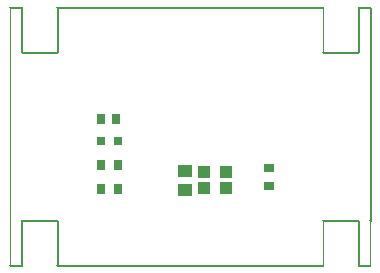
<source format=gtp>
G04*
G04 #@! TF.GenerationSoftware,Altium Limited,Altium Designer,20.0.10 (225)*
G04*
G04 Layer_Color=8421504*
%FSLAX25Y25*%
%MOIN*%
G70*
G01*
G75*
%ADD16C,0.00300*%
%ADD17R,0.05118X0.03937*%
%ADD18R,0.03150X0.03543*%
%ADD19R,0.02756X0.02756*%
%ADD20R,0.02953X0.03347*%
%ADD21R,0.04331X0.03937*%
%ADD22R,0.03543X0.02559*%
D16*
X120229Y71000D02*
G03*
X120079Y71150I-150J0D01*
G01*
X120229Y71000D02*
G03*
X120079Y71150I-150J0D01*
G01*
X116142D02*
G03*
X115992Y71000I0J-150D01*
G01*
X119929Y132D02*
G03*
X119850Y-0I71J-132D01*
G01*
X116142Y55952D02*
G03*
X116292Y56102I0J150D01*
G01*
X116142Y55952D02*
G03*
X116292Y56102I0J150D01*
G01*
X116142Y71150D02*
G03*
X115992Y71000I0J-150D01*
G01*
X104481Y71000D02*
G03*
X104331Y71150I-150J0D01*
G01*
X104481Y71000D02*
G03*
X104331Y71150I-150J0D01*
G01*
X104181Y56102D02*
G03*
X104331Y55952I150J0D01*
G01*
X104181Y56102D02*
G03*
X104331Y55952I150J0D01*
G01*
Y150D02*
G03*
X104181Y0I0J-150D01*
G01*
X120150Y-132D02*
G03*
X120229Y-0I-71J132D01*
G01*
X120150Y-132D02*
G03*
X120229Y-0I-71J132D01*
G01*
X119929Y132D02*
G03*
X119850Y-0I71J-132D01*
G01*
X120000Y-15150D02*
G03*
X120150Y-15000I0J150D01*
G01*
X120000Y-15150D02*
G03*
X120150Y-15000I0J150D01*
G01*
X116292Y-0D02*
G03*
X116142Y150I-150J0D01*
G01*
X116292Y-0D02*
G03*
X116142Y150I-150J0D01*
G01*
X104331Y150D02*
G03*
X104181Y0I0J-150D01*
G01*
X115992Y-15000D02*
G03*
X116142Y-15150I150J0D01*
G01*
X115992Y-15000D02*
G03*
X116142Y-15150I150J0D01*
G01*
X104331Y-15150D02*
G03*
X104481Y-15000I0J150D01*
G01*
X15748Y71150D02*
G03*
X15598Y71000I0J-150D01*
G01*
X15748Y71150D02*
G03*
X15598Y71000I0J-150D01*
G01*
X15748Y55952D02*
G03*
X15898Y56102I0J150D01*
G01*
X15748Y55952D02*
G03*
X15898Y56102I0J150D01*
G01*
X4087Y71000D02*
G03*
X3937Y71150I-150J0D01*
G01*
X4087Y71000D02*
G03*
X3937Y71150I-150J0D01*
G01*
X-0D02*
G03*
X-150Y71000I0J-150D01*
G01*
X-0Y71150D02*
G03*
X-150Y71000I0J-150D01*
G01*
X3787Y56102D02*
G03*
X3937Y55952I150J0D01*
G01*
X3787Y56102D02*
G03*
X3937Y55952I150J0D01*
G01*
Y150D02*
G03*
X3787Y0I0J-150D01*
G01*
X15898D02*
G03*
X15748Y150I-150J0D01*
G01*
X15898Y0D02*
G03*
X15748Y150I-150J0D01*
G01*
X104331Y-15150D02*
G03*
X104481Y-15000I0J150D01*
G01*
X15598Y-15000D02*
G03*
X15748Y-15150I150J0D01*
G01*
X15598Y-15000D02*
G03*
X15748Y-15150I150J0D01*
G01*
X3937Y150D02*
G03*
X3787Y0I0J-150D01*
G01*
X-150Y-15000D02*
G03*
X-0Y-15150I150J0D01*
G01*
X3937D02*
G03*
X4087Y-15000I0J150D01*
G01*
X3937Y-15150D02*
G03*
X4087Y-15000I0J150D01*
G01*
X-150D02*
G03*
X-0Y-15150I150J0D01*
G01*
X120229Y-0D02*
Y71000D01*
X116142Y71150D02*
X120079D01*
X116292Y56102D02*
Y70850D01*
X119929D01*
X115992Y56252D02*
Y71000D01*
X104481Y56252D02*
Y71000D01*
X104331Y55952D02*
X116142D01*
X104481Y56252D02*
X115992D01*
X104331Y150D02*
X116142Y150D01*
X120150Y-15000D02*
Y-132D01*
X119929Y132D02*
Y70850D01*
X119850Y-14850D02*
Y-0D01*
X116142Y-15150D02*
X120000D01*
X116292Y-14850D02*
X119850D01*
X116292D02*
Y-0D01*
X104481Y-15000D02*
X104481Y-150D01*
X115992Y-15000D02*
Y-150D01*
X104481Y-150D02*
X115992Y-150D01*
X15898Y70850D02*
X104181Y70850D01*
X15748Y71150D02*
X104331Y71150D01*
X104181Y56102D02*
Y70850D01*
X15898Y56102D02*
Y70850D01*
X15598Y56252D02*
Y71000D01*
X3937Y55952D02*
X15748D01*
X4087Y56252D02*
X15598D01*
X3937Y150D02*
X15748D01*
X4087Y56252D02*
Y71000D01*
X-0Y71150D02*
X3937D01*
X3787Y56102D02*
Y70850D01*
X150D02*
X3787D01*
X104181Y-14850D02*
X104181Y0D01*
X15898Y-14850D02*
X15898Y0D01*
X15598Y-15000D02*
X15598Y-150D01*
X15898Y-14850D02*
X104181Y-14850D01*
X15748Y-15150D02*
X104331Y-15150D01*
X4087Y-150D02*
X15598D01*
X4087Y-15000D02*
Y-150D01*
X3787Y-14850D02*
Y0D01*
X150Y70850D02*
X150Y-14850D01*
X-150Y71000D02*
X-150Y-15000D01*
X-0Y-15150D02*
X3937D01*
X150Y-14850D02*
X3787D01*
D17*
X58500Y10350D02*
D03*
Y16650D02*
D03*
D18*
X30260Y10500D02*
D03*
X36165D02*
D03*
Y18500D02*
D03*
X30260D02*
D03*
D19*
X35969Y26500D02*
D03*
X30457D02*
D03*
D20*
X35476Y34000D02*
D03*
X30358D02*
D03*
D21*
X64613Y16303D02*
D03*
Y10791D02*
D03*
X72173Y16303D02*
D03*
Y10791D02*
D03*
D22*
X86500Y11683D02*
D03*
Y17392D02*
D03*
M02*

</source>
